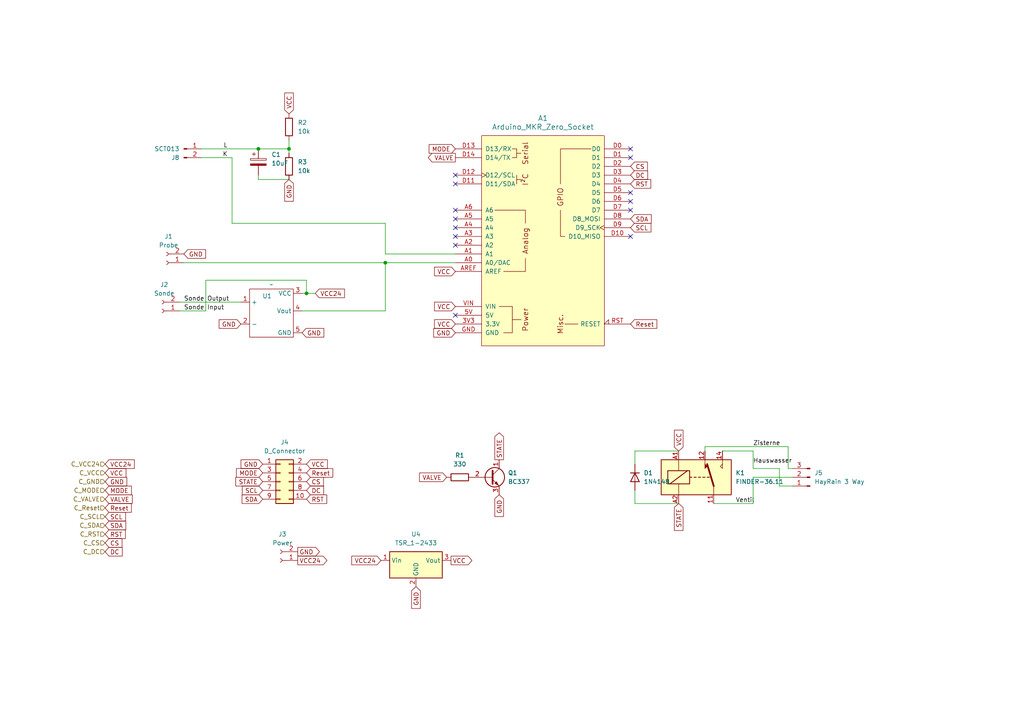
<source format=kicad_sch>
(kicad_sch (version 20250114) (generator "eeschema") (generator_version "9.0")
  (paper "A4")
  (title_block (title "Controller RainControl") (date "2025-08-14") (rev "1.0"))
  (lib_symbols
    (symbol "Connector:Conn_01x02_Pin" (pin_names (offset 1.016) (hide yes))
      (property "Reference" "J" (at 0 2.54 0))
      (property "Value" "Conn_01x02_Pin" (at 0 -5.08 0))
      (symbol "Conn_01x02_Pin_1_1"
        (rectangle (start 0.8636 0.127) (end 0 -0.127) (stroke (width 0.1524)) (fill (type outline)))
        (rectangle (start 0.8636 -2.413) (end 0 -2.667) (stroke (width 0.1524)) (fill (type outline)))
        (polyline (pts (xy 1.27 0) (xy 0.8636 0)) (stroke (width 0.1524)))
        (polyline (pts (xy 1.27 -2.54) (xy 0.8636 -2.54)) (stroke (width 0.1524)))
        (pin passive line (at 5.08 0 180) (length 3.81) (name "Pin_1") (number "1"))
        (pin passive line (at 5.08 -2.54 180) (length 3.81) (name "Pin_2") (number "2"))
      )
    )
    (symbol "Connector:Conn_01x02_Socket" (pin_names (offset 1.016) (hide yes))
      (property "Reference" "J" (at 0 2.54 0))
      (property "Value" "Conn_01x02_Socket" (at 0 -5.08 0))
      (symbol "Conn_01x02_Socket_1_1"
        (polyline (pts (xy -1.27 0) (xy -0.508 0)) (stroke (width 0.1524)))
        (polyline (pts (xy -1.27 -2.54) (xy -0.508 -2.54)) (stroke (width 0.1524)))
        (arc (start 0 -0.508) (mid -0.5058 0) (end 0 0.508) (stroke (width 0.1524)))
        (arc (start 0 -3.048) (mid -0.5058 -2.54) (end 0 -2.032) (stroke (width 0.1524)))
        (pin passive line (at -5.08 0 0) (length 3.81) (name "Pin_1") (number "1"))
        (pin passive line (at -5.08 -2.54 0) (length 3.81) (name "Pin_2") (number "2"))
      )
    )
    (symbol "Connector:Conn_01x03_Pin" (pin_names (offset 1.016) (hide yes))
      (property "Reference" "J" (at 0 5.08 0))
      (property "Value" "Conn_01x03_Pin" (at 0 -5.08 0))
      (symbol "Conn_01x03_Pin_1_1"
        (rectangle (start 0.8636 2.667) (end 0 2.413) (stroke (width 0.1524)) (fill (type outline)))
        (rectangle (start 0.8636 0.127) (end 0 -0.127) (stroke (width 0.1524)) (fill (type outline)))
        (rectangle (start 0.8636 -2.413) (end 0 -2.667) (stroke (width 0.1524)) (fill (type outline)))
        (polyline (pts (xy 1.27 2.54) (xy 0.8636 2.54)) (stroke (width 0.1524)))
        (polyline (pts (xy 1.27 0) (xy 0.8636 0)) (stroke (width 0.1524)))
        (polyline (pts (xy 1.27 -2.54) (xy 0.8636 -2.54)) (stroke (width 0.1524)))
        (pin passive line (at 5.08 2.54 180) (length 3.81) (name "Pin_1") (number "1"))
        (pin passive line (at 5.08 0 180) (length 3.81) (name "Pin_2") (number "2"))
        (pin passive line (at 5.08 -2.54 180) (length 3.81) (name "Pin_3") (number "3"))
      )
    )
    (symbol "Connector_Generic:Conn_02x05_Odd_Even" (pin_names (offset 1.016) (hide yes))
      (property "Reference" "J" (at 1.27 7.62 0))
      (property "Value" "Conn_02x05_Odd_Even" (at 1.27 -7.62 0))
      (symbol "Conn_02x05_Odd_Even_1_1"
        (rectangle (start -1.27 6.35) (end 3.81 -6.35) (stroke (width 0.254)) (fill (type background)))
        (rectangle (start -1.27 5.207) (end 0 4.953) (stroke (width 0.1524)))
        (rectangle (start -1.27 2.667) (end 0 2.413) (stroke (width 0.1524)))
        (rectangle (start -1.27 0.127) (end 0 -0.127) (stroke (width 0.1524)))
        (rectangle (start -1.27 -2.413) (end 0 -2.667) (stroke (width 0.1524)))
        (rectangle (start -1.27 -4.953) (end 0 -5.207) (stroke (width 0.1524)))
        (rectangle (start 3.81 5.207) (end 2.54 4.953) (stroke (width 0.1524)))
        (rectangle (start 3.81 2.667) (end 2.54 2.413) (stroke (width 0.1524)))
        (rectangle (start 3.81 0.127) (end 2.54 -0.127) (stroke (width 0.1524)))
        (rectangle (start 3.81 -2.413) (end 2.54 -2.667) (stroke (width 0.1524)))
        (rectangle (start 3.81 -4.953) (end 2.54 -5.207) (stroke (width 0.1524)))
        (pin passive line (at -5.08 5.08 0) (length 3.81) (name "Pin_1") (number "1"))
        (pin passive line (at -5.08 2.54 0) (length 3.81) (name "Pin_3") (number "3"))
        (pin passive line (at -5.08 0 0) (length 3.81) (name "Pin_5") (number "5"))
        (pin passive line (at -5.08 -2.54 0) (length 3.81) (name "Pin_7") (number "7"))
        (pin passive line (at -5.08 -5.08 0) (length 3.81) (name "Pin_9") (number "9"))
        (pin passive line (at 7.62 5.08 180) (length 3.81) (name "Pin_2") (number "2"))
        (pin passive line (at 7.62 2.54 180) (length 3.81) (name "Pin_4") (number "4"))
        (pin passive line (at 7.62 0 180) (length 3.81) (name "Pin_6") (number "6"))
        (pin passive line (at 7.62 -2.54 180) (length 3.81) (name "Pin_8") (number "8"))
        (pin passive line (at 7.62 -5.08 180) (length 3.81) (name "Pin_10") (number "10"))
      )
    )
    (symbol "Device:C_Polarized" (pin_numbers (hide yes)) (pin_names (offset 0.254))
      (property "Reference" "C" (at 0.635 2.54 0))
      (property "Value" "C_Polarized" (at 0.635 -2.54 0))
      (symbol "C_Polarized_0_1"
        (rectangle (start -2.286 0.508) (end 2.286 1.016))
        (polyline (pts (xy -1.778 2.286) (xy -0.762 2.286)))
        (polyline (pts (xy -1.27 2.794) (xy -1.27 1.778)))
        (rectangle (start 2.286 -0.508) (end -2.286 -1.016) (fill (type outline)))
      )
      (symbol "C_Polarized_1_1"
        (pin passive line (at 0 3.81 270) (length 2.794) (name "~") (number "1"))
        (pin passive line (at 0 -3.81 90) (length 2.794) (name "~") (number "2"))
      )
    )
    (symbol "Device:R" (pin_numbers (hide yes)) (pin_names (offset 0))
      (property "Reference" "R" (at 2.032 0 90))
      (property "Value" "R" (at 0 0 90))
      (symbol "R_0_1"
        (rectangle (start -1.016 -2.54) (end 1.016 2.54) (stroke (width 0.254)))
      )
      (symbol "R_1_1"
        (pin passive line (at 0 3.81 270) (length 1.27) (name "~") (number "1"))
        (pin passive line (at 0 -3.81 90) (length 1.27) (name "~") (number "2"))
      )
    )
    (symbol "Diode:1N4148" (pin_numbers (hide yes)) (pin_names (hide yes))
      (property "Reference" "D" (at 0 2.54 0))
      (property "Value" "1N4148" (at 0 -2.54 0))
      (symbol "1N4148_0_1"
        (polyline (pts (xy -1.27 1.27) (xy -1.27 -1.27)) (stroke (width 0.254)))
        (polyline (pts (xy 1.27 1.27) (xy 1.27 -1.27) (xy -1.27 0) (xy 1.27 1.27)) (stroke (width 0.254)))
        (polyline (pts (xy 1.27 0) (xy -1.27 0)))
      )
      (symbol "1N4148_1_1"
        (pin passive line (at -3.81 0 0) (length 2.54) (name "K") (number "1"))
        (pin passive line (at 3.81 0 180) (length 2.54) (name "A") (number "2"))
      )
    )
    (symbol "My Library:Strom zu Spannung 4-20mA to 0-5V"
      (property "Reference" "U" (at 0 0 0))
      (symbol "Strom zu Spannung 4-20mA to 0-5V_0_1"
        (rectangle (start -3.81 6.35) (end 8.89 -7.62))
      )
      (symbol "Strom zu Spannung 4-20mA to 0-5V_1_1"
        (pin input line (at -6.35 2.54 0) (length 2.54) (name "+") (number "1"))
        (pin input line (at -6.35 -3.81 0) (length 2.54) (name "-") (number "2"))
        (pin power_in line (at 11.43 5.08 180) (length 2.54) (name "VCC") (number "3"))
        (pin power_out line (at 11.43 0 180) (length 2.54) (name "Vout") (number "4"))
        (pin unspecified line (at 11.43 -6.35 180) (length 2.54) (name "GND") (number "5"))
      )
    )
    (symbol "PCM_arduino-library:Arduino_MKR_Zero_Socket" (pin_names (offset 1.016))
      (property "Reference" "A" (at 0 36.83 0))
      (property "Value" "Arduino_MKR_Zero_Socket" (at 0 33.02 0))
      (symbol "Arduino_MKR_Zero_Socket_0_0"
        (rectangle (start -17.78 30.48) (end 17.78 -30.48) (fill (type background)))
        (rectangle (start -12.7 -19.05) (end -8.89 -19.05))
        (rectangle (start -11.43 -26.67) (end -8.89 -26.67))
        (polyline (pts (xy -8.89 26.67) (xy -7.62 26.67) (xy -7.62 24.13) (xy -8.89 24.13)))
        (polyline (pts (xy -8.89 -19.05) (xy -8.89 -26.67)))
        (rectangle (start -8.89 -22.86) (end -6.35 -22.86))
        (polyline (pts (xy -7.62 25.4) (xy -6.35 25.4)))
        (polyline (pts (xy -5.08 5.08) (xy -5.08 8.89) (xy -13.97 8.89)))
        (polyline (pts (xy -5.08 -5.08) (xy -5.08 -8.89) (xy -11.43 -8.89)))
        (polyline (pts (xy 5.08 16.51) (xy 5.08 26.67) (xy 13.97 26.67)))
        (polyline (pts (xy 5.08 8.89) (xy 5.08 1.27) (xy 6.35 1.27)))
        (rectangle (start 6.35 -24.13) (end 10.16 -24.13))
        (text "Serial" (at -5.08 25.4 900) (effects (font (size 1.524 1.524))))
        (text "I²C" (at -5.08 17.78 900) (effects (font (size 1.524 1.524))))
        (text "Analog" (at -5.08 0 900) (effects (font (size 1.524 1.524))))
        (text "Power" (at -5.08 -22.86 900) (effects (font (size 1.524 1.524))))
        (text "Misc." (at 5.08 -24.13 900) (effects (font (size 1.524 1.524))))
      )
      (symbol "Arduino_MKR_Zero_Socket_0_1"
        (polyline (pts (xy -7.62 17.78) (xy -6.35 17.78)))
        (polyline (pts (xy -7.62 16.51) (xy -7.62 19.05)))
      )
      (symbol "Arduino_MKR_Zero_Socket_1_0"
        (text "GPIO" (at 5.08 12.7 900) (effects (font (size 1.524 1.524))))
      )
      (symbol "Arduino_MKR_Zero_Socket_1_1"
        (pin bidirectional line (at -25.4 26.67 0) (length 7.62) (name "D13/RX") (number "D13"))
        (pin bidirectional line (at -25.4 24.13 0) (length 7.62) (name "D14/TX") (number "D14"))
        (pin bidirectional clock (at -25.4 19.05 0) (length 7.62) (name "D12/SCL") (number "D12"))
        (pin bidirectional line (at -25.4 16.51 0) (length 7.62) (name "D11/SDA") (number "D11"))
        (pin bidirectional line (at -25.4 8.89 0) (length 7.62) (name "A6") (number "A6"))
        (pin bidirectional line (at -25.4 6.35 0) (length 7.62) (name "A5") (number "A5"))
        (pin bidirectional line (at -25.4 3.81 0) (length 7.62) (name "A4") (number "A4"))
        (pin bidirectional line (at -25.4 1.27 0) (length 7.62) (name "A3") (number "A3"))
        (pin bidirectional line (at -25.4 -1.27 0) (length 7.62) (name "A2") (number "A2"))
        (pin bidirectional line (at -25.4 -3.81 0) (length 7.62) (name "A1") (number "A1"))
        (pin bidirectional line (at -25.4 -6.35 0) (length 7.62) (name "A0/DAC") (number "A0"))
        (pin input line (at -25.4 -8.89 0) (length 7.62) (name "AREF") (number "AREF"))
        (pin power_in line (at -25.4 -19.05 0) (length 7.62) (name "VIN") (number "VIN"))
        (pin power_in line (at -25.4 -21.59 0) (length 7.62) (name "5V") (number "5V"))
        (pin power_out line (at -25.4 -24.13 0) (length 7.62) (name "3.3V") (number "3V3"))
        (pin power_in line (at -25.4 -26.67 0) (length 7.62) (name "GND") (number "GND"))
        (pin bidirectional line (at 25.4 26.67 180) (length 7.62) (name "D0") (number "D0"))
        (pin bidirectional line (at 25.4 24.13 180) (length 7.62) (name "D1") (number "D1"))
        (pin bidirectional line (at 25.4 21.59 180) (length 7.62) (name "D2") (number "D2"))
        (pin bidirectional line (at 25.4 19.05 180) (length 7.62) (name "D3") (number "D3"))
        (pin bidirectional line (at 25.4 16.51 180) (length 7.62) (name "D4") (number "D4"))
        (pin bidirectional line (at 25.4 13.97 180) (length 7.62) (name "D5") (number "D5"))
        (pin bidirectional line (at 25.4 11.43 180) (length 7.62) (name "D6") (number "D6"))
        (pin bidirectional line (at 25.4 8.89 180) (length 7.62) (name "D7") (number "D7"))
        (pin bidirectional line (at 25.4 6.35 180) (length 7.62) (name "D8_MOSI") (number "D8"))
        (pin bidirectional clock (at 25.4 3.81 180) (length 7.62) (name "D9_SCK") (number "D9"))
        (pin bidirectional line (at 25.4 1.27 180) (length 7.62) (name "D10_MISO") (number "D10"))
        (pin open_collector input_low (at 25.4 -24.13 180) (length 7.62) (name "RESET") (number "RST"))
      )
    )
    (symbol "Regulator_Switching:TSR_1-2450"
      (property "Reference" "U" (at -7.62 6.35 0))
      (property "Value" "TSR_1-2450" (at -1.27 6.35 0))
      (symbol "TSR_1-2450_0_1"
        (rectangle (start -7.62 5.08) (end 7.62 -2.54) (stroke (width 0.254)) (fill (type background)))
      )
      (symbol "TSR_1-2450_1_1"
        (pin power_in line (at -10.16 2.54 0) (length 2.54) (name "Vin") (number "1"))
        (pin power_in line (at 0 -5.08 90) (length 2.54) (name "GND") (number "2"))
        (pin power_out line (at 10.16 2.54 180) (length 2.54) (name "Vout") (number "3"))
      )
    )
    (symbol "Relay:FINDER-36.11"
      (property "Reference" "K" (at 11.43 3.81 0))
      (property "Value" "FINDER-36.11" (at 11.43 1.27 0))
      (symbol "FINDER-36.11_0_0"
        (polyline (pts (xy 2.54 3.81) (xy 2.54 5.08)))
        (polyline (pts (xy 7.62 3.81) (xy 7.62 5.08)))
        (polyline (pts (xy 7.62 3.81) (xy 7.62 2.54) (xy 6.985 3.175) (xy 7.62 3.81)))
      )
      (symbol "FINDER-36.11_0_1"
        (rectangle (start -10.16 5.08) (end 10.16 -5.08) (stroke (width 0.254)) (fill (type background)))
        (rectangle (start -8.255 1.905) (end -1.905 -1.905) (stroke (width 0.254)))
        (polyline (pts (xy -7.62 -1.905) (xy -2.54 1.905)) (stroke (width 0.254)))
        (polyline (pts (xy -5.08 5.08) (xy -5.08 1.905)))
        (polyline (pts (xy -5.08 -5.08) (xy -5.08 -1.905)))
        (polyline (pts (xy -1.905 0) (xy -1.27 0)) (stroke (width 0.254)))
        (polyline (pts (xy -0.635 0) (xy 0 0)) (stroke (width 0.254)))
        (polyline (pts (xy 0.635 0) (xy 1.27 0)) (stroke (width 0.254)))
        (polyline (pts (xy 1.905 0) (xy 2.54 0)) (stroke (width 0.254)))
        (polyline (pts (xy 2.54 3.81) (xy 2.54 2.54) (xy 3.175 3.175) (xy 2.54 3.81)) (fill (type outline)))
        (polyline (pts (xy 3.175 0) (xy 3.81 0)) (stroke (width 0.254)))
        (polyline (pts (xy 5.08 -2.54) (xy 3.175 3.81)) (stroke (width 0.508)))
        (polyline (pts (xy 5.08 -2.54) (xy 5.08 -5.08)))
      )
      (symbol "FINDER-36.11_1_1"
        (pin passive line (at -5.08 7.62 270) (length 2.54) (name "~") (number "A1"))
        (pin passive line (at -5.08 -7.62 90) (length 2.54) (name "~") (number "A2"))
        (pin passive line (at 2.54 7.62 270) (length 2.54) (name "~") (number "12"))
        (pin passive line (at 5.08 -7.62 90) (length 2.54) (name "~") (number "11"))
        (pin passive line (at 7.62 7.62 270) (length 2.54) (name "~") (number "14"))
      )
    )
    (symbol "Transistor_BJT:BC337" (pin_names (offset 0) (hide yes))
      (property "Reference" "Q" (at 5.08 1.905 0))
      (property "Value" "BC337" (at 5.08 0 0))
      (symbol "BC337_0_1"
        (polyline (pts (xy -2.54 0) (xy 0.635 0)))
        (polyline (pts (xy 0.635 1.905) (xy 0.635 -1.905)) (stroke (width 0.508)))
        (circle (center 1.27 0) (radius 2.8194) (stroke (width 0.254)))
      )
      (symbol "BC337_1_1"
        (polyline (pts (xy 0.635 0.635) (xy 2.54 2.54)))
        (polyline (pts (xy 0.635 -0.635) (xy 2.54 -2.54)))
        (polyline (pts (xy 1.27 -1.778) (xy 1.778 -1.27) (xy 2.286 -2.286) (xy 1.27 -1.778)) (fill (type outline)))
        (pin input line (at -5.08 0 0) (length 2.54) (name "B") (number "2"))
        (pin passive line (at 2.54 5.08 270) (length 2.54) (name "C") (number "1"))
        (pin passive line (at 2.54 -5.08 90) (length 2.54) (name "E") (number "3"))
      )
    )
  )
  (junction (at 74.93 43.18))
  (junction (at 83.82 43.18))
  (junction (at 88.9 85.09))
  (junction (at 111.76 76.2))
  (no_connect (at 182.88 55.88))
  (no_connect (at 132.08 50.8))
  (no_connect (at 182.88 43.18))
  (no_connect (at 132.08 53.34))
  (no_connect (at 182.88 60.96))
  (no_connect (at 132.08 68.58))
  (no_connect (at 132.08 63.5))
  (no_connect (at 132.08 71.12))
  (no_connect (at 182.88 58.42))
  (no_connect (at 132.08 66.04))
  (no_connect (at 132.08 60.96))
  (no_connect (at 182.88 68.58))
  (no_connect (at 132.08 91.44))
  (no_connect (at 182.88 45.72))
  (wire (pts (xy 83.82 43.18) (xy 83.82 44.45)))
  (wire (pts (xy 111.76 76.2) (xy 132.08 76.2)))
  (wire (pts (xy 218.44 135.89) (xy 218.44 130.81)))
  (wire (pts (xy 111.76 64.77) (xy 111.76 73.66)))
  (wire (pts (xy 53.34 76.2) (xy 111.76 76.2)))
  (wire (pts (xy 218.44 135.89) (xy 226.06 135.89)))
  (wire (pts (xy 229.87 138.43) (xy 218.44 138.43)))
  (wire (pts (xy 218.44 146.05) (xy 207.01 146.05)))
  (wire (pts (xy 196.85 130.81) (xy 184.15 130.81)))
  (wire (pts (xy 91.44 85.09) (xy 88.9 85.09)))
  (wire (pts (xy 67.31 45.72) (xy 67.31 64.77)))
  (wire (pts (xy 88.9 85.09) (xy 87.63 85.09)))
  (wire (pts (xy 67.31 45.72) (xy 58.42 45.72)))
  (wire (pts (xy 218.44 138.43) (xy 218.44 146.05)))
  (wire (pts (xy 218.44 130.81) (xy 209.55 130.81)))
  (wire (pts (xy 111.76 76.2) (xy 111.76 90.17)))
  (wire (pts (xy 184.15 130.81) (xy 184.15 134.62)))
  (wire (pts (xy 184.15 146.05) (xy 184.15 142.24)))
  (wire (pts (xy 226.06 135.89) (xy 226.06 140.97)))
  (wire (pts (xy 59.69 81.28) (xy 59.69 90.17)))
  (wire (pts (xy 74.93 43.18) (xy 83.82 43.18)))
  (wire (pts (xy 228.6 135.89) (xy 229.87 135.89)))
  (wire (pts (xy 226.06 140.97) (xy 229.87 140.97)))
  (wire (pts (xy 52.07 90.17) (xy 59.69 90.17)))
  (wire (pts (xy 83.82 40.64) (xy 83.82 43.18)))
  (wire (pts (xy 88.9 81.28) (xy 88.9 85.09)))
  (wire (pts (xy 196.85 146.05) (xy 184.15 146.05)))
  (wire (pts (xy 67.31 64.77) (xy 111.76 64.77)))
  (wire (pts (xy 74.93 50.8) (xy 74.93 52.07)))
  (wire (pts (xy 59.69 81.28) (xy 88.9 81.28)))
  (wire (pts (xy 204.47 129.54) (xy 204.47 130.81)))
  (wire (pts (xy 52.07 87.63) (xy 69.85 87.63)))
  (wire (pts (xy 87.63 90.17) (xy 111.76 90.17)))
  (wire (pts (xy 58.42 43.18) (xy 74.93 43.18)))
  (wire (pts (xy 204.47 129.54) (xy 228.6 129.54)))
  (wire (pts (xy 74.93 52.07) (xy 83.82 52.07)))
  (wire (pts (xy 228.6 129.54) (xy 228.6 135.89)))
  (wire (pts (xy 111.76 73.66) (xy 132.08 73.66)))
  (label "L" (at 66.04 43.18 180))
  (label "Zisterne" (at 218.44 129.54 0))
  (label "Hauswasser" (at 218.44 134.62 0))
  (label "Ventil" (at 213.36 146.05 0))
  (label "Sonde Input" (at 53.34 90.17 0))
  (label "K" (at 66.04 45.72 180))
  (label "Sonde Output" (at 53.34 87.63 0))
  (global_label "STATE" (shape input) (at 196.85 146.05 270) (property "Intersheetrefs" "${INTERSHEET_REFS}" (effects (hide yes))))
  (global_label "SDA" (shape input) (at 182.88 63.5 0) (property "Intersheetrefs" "${INTERSHEET_REFS}" (effects (hide yes))))
  (global_label "VCC24" (shape output) (at 86.36 162.56 0) (property "Intersheetrefs" "${INTERSHEET_REFS}" (effects (hide yes))))
  (global_label "SCL" (shape input) (at 76.2 142.24 180) (property "Intersheetrefs" "${INTERSHEET_REFS}" (effects (hide yes))))
  (global_label "CS" (shape input) (at 88.9 139.7 0) (property "Intersheetrefs" "${INTERSHEET_REFS}" (effects (hide yes))))
  (global_label "SCL" (shape input) (at 182.88 66.04 0) (property "Intersheetrefs" "${INTERSHEET_REFS}" (effects (hide yes))))
  (global_label "VCC" (shape input) (at 132.08 88.9 180) (property "Intersheetrefs" "${INTERSHEET_REFS}" (effects (hide yes))))
  (global_label "VALVE" (shape output) (at 132.08 45.72 180) (property "Intersheetrefs" "${INTERSHEET_REFS}" (effects (hide yes))))
  (global_label "SDA" (shape input) (at 76.2 144.78 180) (property "Intersheetrefs" "${INTERSHEET_REFS}" (effects (hide yes))))
  (global_label "GND" (shape input) (at 83.82 52.07 270) (property "Intersheetrefs" "${INTERSHEET_REFS}" (effects (hide yes))))
  (global_label "VCC24" (shape input) (at 30.48 134.62 0) (property "Intersheetrefs" "${INTERSHEET_REFS}" (effects (hide yes))))
  (global_label "VALVE" (shape input) (at 129.54 138.43 180) (property "Intersheetrefs" "${INTERSHEET_REFS}" (effects (hide yes))))
  (global_label "GND" (shape input) (at 120.65 170.18 270) (property "Intersheetrefs" "${INTERSHEET_REFS}" (effects (hide yes))))
  (global_label "VCC" (shape output) (at 130.81 162.56 0) (property "Intersheetrefs" "${INTERSHEET_REFS}" (effects (hide yes))))
  (global_label "DC" (shape input) (at 88.9 142.24 0) (property "Intersheetrefs" "${INTERSHEET_REFS}" (effects (hide yes))))
  (global_label "VALVE" (shape input) (at 30.48 144.78 0) (property "Intersheetrefs" "${INTERSHEET_REFS}" (effects (hide yes))))
  (global_label "GND" (shape input) (at 76.2 134.62 180) (property "Intersheetrefs" "${INTERSHEET_REFS}" (effects (hide yes))))
  (global_label "VCC" (shape input) (at 196.85 130.81 90) (property "Intersheetrefs" "${INTERSHEET_REFS}" (effects (hide yes))))
  (global_label "VCC" (shape input) (at 83.82 33.02 90) (property "Intersheetrefs" "${INTERSHEET_REFS}" (effects (hide yes))))
  (global_label "VCC24" (shape input) (at 110.49 162.56 180) (property "Intersheetrefs" "${INTERSHEET_REFS}" (effects (hide yes))))
  (global_label "MODE" (shape input) (at 76.2 137.16 180) (property "Intersheetrefs" "${INTERSHEET_REFS}" (effects (hide yes))))
  (global_label "Reset" (shape input) (at 182.88 93.98 0) (property "Intersheetrefs" "${INTERSHEET_REFS}" (effects (hide yes))))
  (global_label "VCC" (shape input) (at 30.48 137.16 0) (property "Intersheetrefs" "${INTERSHEET_REFS}" (effects (hide yes))))
  (global_label "GND" (shape input) (at 132.08 96.52 180) (property "Intersheetrefs" "${INTERSHEET_REFS}" (effects (hide yes))))
  (global_label "DC" (shape input) (at 30.48 160.02 0) (property "Intersheetrefs" "${INTERSHEET_REFS}" (effects (hide yes))))
  (global_label "CS" (shape input) (at 182.88 48.26 0) (property "Intersheetrefs" "${INTERSHEET_REFS}" (effects (hide yes))))
  (global_label "DC" (shape input) (at 182.88 50.8 0) (property "Intersheetrefs" "${INTERSHEET_REFS}" (effects (hide yes))))
  (global_label "RST" (shape input) (at 30.48 154.94 0) (property "Intersheetrefs" "${INTERSHEET_REFS}" (effects (hide yes))))
  (global_label "Reset" (shape input) (at 88.9 137.16 0) (property "Intersheetrefs" "${INTERSHEET_REFS}" (effects (hide yes))))
  (global_label "SDA" (shape input) (at 30.48 152.4 0) (property "Intersheetrefs" "${INTERSHEET_REFS}" (effects (hide yes))))
  (global_label "CS" (shape input) (at 30.48 157.48 0) (property "Intersheetrefs" "${INTERSHEET_REFS}" (effects (hide yes))))
  (global_label "Reset" (shape input) (at 30.48 147.32 0) (property "Intersheetrefs" "${INTERSHEET_REFS}" (effects (hide yes))))
  (global_label "GND" (shape input) (at 53.34 73.66 0) (property "Intersheetrefs" "${INTERSHEET_REFS}" (effects (hide yes))))
  (global_label "STATE" (shape input) (at 76.2 139.7 180) (property "Intersheetrefs" "${INTERSHEET_REFS}" (effects (hide yes))))
  (global_label "GND" (shape output) (at 86.36 160.02 0) (property "Intersheetrefs" "${INTERSHEET_REFS}" (effects (hide yes))))
  (global_label "MODE" (shape input) (at 30.48 142.24 0) (property "Intersheetrefs" "${INTERSHEET_REFS}" (effects (hide yes))))
  (global_label "GND" (shape input) (at 69.85 93.98 180) (property "Intersheetrefs" "${INTERSHEET_REFS}" (effects (hide yes))))
  (global_label "VCC" (shape input) (at 132.08 93.98 180) (property "Intersheetrefs" "${INTERSHEET_REFS}" (effects (hide yes))))
  (global_label "VCC24" (shape input) (at 91.44 85.09 0) (property "Intersheetrefs" "${INTERSHEET_REFS}" (effects (hide yes))))
  (global_label "SCL" (shape input) (at 30.48 149.86 0) (property "Intersheetrefs" "${INTERSHEET_REFS}" (effects (hide yes))))
  (global_label "GND" (shape input) (at 144.78 143.51 270) (property "Intersheetrefs" "${INTERSHEET_REFS}" (effects (hide yes))))
  (global_label "GND" (shape input) (at 87.63 96.52 0) (property "Intersheetrefs" "${INTERSHEET_REFS}" (effects (hide yes))))
  (global_label "RST" (shape input) (at 88.9 144.78 0) (property "Intersheetrefs" "${INTERSHEET_REFS}" (effects (hide yes))))
  (global_label "STATE" (shape output) (at 144.78 133.35 90) (property "Intersheetrefs" "${INTERSHEET_REFS}" (effects (hide yes))))
  (global_label "VCC" (shape input) (at 88.9 134.62 0) (property "Intersheetrefs" "${INTERSHEET_REFS}" (effects (hide yes))))
  (global_label "RST" (shape input) (at 182.88 53.34 0) (property "Intersheetrefs" "${INTERSHEET_REFS}" (effects (hide yes))))
  (global_label "GND" (shape input) (at 30.48 139.7 0) (property "Intersheetrefs" "${INTERSHEET_REFS}" (effects (hide yes))))
  (global_label "MODE" (shape input) (at 132.08 43.18 180) (property "Intersheetrefs" "${INTERSHEET_REFS}" (effects (hide yes))))
  (global_label "VCC" (shape input) (at 132.08 78.74 180) (property "Intersheetrefs" "${INTERSHEET_REFS}" (effects (hide yes))))
  (hierarchical_label "C_CS" (shape input) (at 30.48 157.48 180))
  (hierarchical_label "C_SDA" (shape input) (at 30.48 152.4 180))
  (hierarchical_label "C_VALVE" (shape input) (at 30.48 144.78 180))
  (hierarchical_label "C_DC" (shape input) (at 30.48 160.02 180))
  (hierarchical_label "C_RST" (shape input) (at 30.48 154.94 180))
  (hierarchical_label "C_GND" (shape input) (at 30.48 139.7 180))
  (hierarchical_label "C_VCC" (shape input) (at 30.48 137.16 180))
  (hierarchical_label "C_VCC24" (shape input) (at 30.48 134.62 180))
  (hierarchical_label "C_SCL" (shape input) (at 30.48 149.86 180))
  (hierarchical_label "C_MODE" (shape input) (at 30.48 142.24 180))
  (hierarchical_label "C_Reset" (shape input) (at 30.48 147.32 180))
  (symbol (lib_id "Regulator_Switching:TSR_1-2450") (at 120.65 165.1 0) (unit 1)
    (property "Reference" "U4" (at 120.65 154.94 0))
    (property "Value" "TSR_1-2433" (at 120.65 157.48 0))
    (property "Footprint" "Converter_DCDC:Converter_DCDC_TRACO_TSR-1_THT" (effects (hide yes)))
    (property "Datasheet" "http://www.tracopower.com/products/tsr1.pdf" (effects (hide yes)))
    (property "Description" "1A step-down regulator module, fixed 5V output voltage, 5-36V input voltage, -40°C to +85°C temperature range, TO-220 compatible LM78xx replacement" (effects (hide yes)))
  )
  (symbol (lib_id "PCM_arduino-library:Arduino_MKR_Zero_Socket") (at 157.48 69.85 0) (unit 1)
    (property "Reference" "A1" (at 157.48 34.29 0) (effects (font (size 1.524 1.524))))
    (property "Value" "Arduino_MKR_Zero_Socket" (at 157.48 36.83 0) (effects (font (size 1.524 1.524))))
    (property "Footprint" "PCM_arduino-library:Arduino_MKR_Zero_Socket" (effects (hide yes)))
    (property "Datasheet" "https://docs.arduino.cc/hardware/mkr-zero" (effects (hide yes)))
    (property "Description" "Socket for Arduino MKR Zero" (effects (hide yes)))
  )
  (symbol (lib_id "Connector:Conn_01x02_Socket") (at 46.99 90.17 180) (unit 1)
    (property "Reference" "J2" (at 47.625 82.55 0))
    (property "Value" "Sonde" (at 47.625 85.09 0))
    (property "Footprint" "TerminalBlock_RND:TerminalBlock_RND_205-00001_1x02_P5.00mm_Horizontal" (effects (hide yes)))
    (property "Description" "Generic connector, single row, 01x02, script generated" (effects (hide yes)))
  )
  (symbol (lib_id "Device:R") (at 83.82 48.26 180) (unit 1)
    (property "Reference" "R3" (at 86.36 46.9899 0) (effects (justify right)))
    (property "Value" "10k" (at 86.36 49.5299 0) (effects (justify right)))
    (property "Footprint" "Resistor_THT:R_Axial_DIN0207_L6.3mm_D2.5mm_P10.16mm_Horizontal" (effects (hide yes)))
    (property "Description" "Resistor" (effects (hide yes)))
  )
  (symbol (lib_id "Device:R") (at 133.35 138.43 90) (unit 1)
    (property "Reference" "R1" (at 133.35 132.08 90))
    (property "Value" "330" (at 133.35 134.62 90))
    (property "Footprint" "Resistor_THT:R_Axial_DIN0207_L6.3mm_D2.5mm_P10.16mm_Horizontal" (effects (hide yes)))
    (property "Description" "Resistor" (effects (hide yes)))
  )
  (symbol (lib_id "Transistor_BJT:BC337") (at 142.24 138.43 0) (unit 1)
    (property "Reference" "Q1" (at 147.32 137.1599 0) (effects (justify left)))
    (property "Value" "BC337" (at 147.32 139.6999 0) (effects (justify left)))
    (property "Footprint" "Package_TO_SOT_THT:TO-92_Inline" (effects (hide yes)))
    (property "Datasheet" "https://diotec.com/tl_files/diotec/files/pdf/datasheets/bc337.pdf" (effects (hide yes)))
    (property "Description" "0.8A Ic, 45V Vce, NPN Transistor, TO-92" (effects (hide yes)))
  )
  (symbol (lib_id "Device:R") (at 83.82 36.83 180) (unit 1)
    (property "Reference" "R2" (at 86.36 35.5599 0) (effects (justify right)))
    (property "Value" "10k" (at 86.36 38.0999 0) (effects (justify right)))
    (property "Footprint" "Resistor_THT:R_Axial_DIN0207_L6.3mm_D2.5mm_P10.16mm_Horizontal" (effects (hide yes)))
    (property "Description" "Resistor" (effects (hide yes)))
  )
  (symbol (lib_id "My Library:Strom zu Spannung 4-20mA to 0-5V") (at 76.2 90.17 0) (unit 1)
    (property "Reference" "U1" (at 77.47 85.852 0))
    (property "Value" "~" (at 78.74 82.55 0))
    (property "Footprint" "My Library:Konverter" (effects (hide yes)))
  )
  (symbol (lib_id "Connector:Conn_01x03_Pin") (at 234.95 138.43 180) (unit 1)
    (property "Reference" "J5" (at 236.22 137.1599 0) (effects (justify right)))
    (property "Value" "HayRain 3 Way" (at 236.22 139.6999 0) (effects (justify right)))
    (property "Footprint" "TerminalBlock_RND:TerminalBlock_RND_205-00002_1x03_P5.00mm_Horizontal" (effects (hide yes)))
    (property "Description" "Generic connector, single row, 01x03, script generated" (effects (hide yes)))
  )
  (symbol (lib_id "Connector:Conn_01x02_Socket") (at 81.28 162.56 180) (unit 1)
    (property "Reference" "J3" (at 81.915 154.94 0))
    (property "Value" "Power" (at 81.915 157.48 0))
    (property "Footprint" "TerminalBlock_RND:TerminalBlock_RND_205-00001_1x02_P5.00mm_Horizontal" (effects (hide yes)))
    (property "Description" "Generic connector, single row, 01x02, script generated" (effects (hide yes)))
  )
  (symbol (lib_id "Connector:Conn_01x02_Socket") (at 48.26 76.2 180) (unit 1)
    (property "Reference" "J1" (at 48.895 68.58 0))
    (property "Value" "Probe" (at 48.895 71.12 0))
    (property "Footprint" "Connector_PinHeader_2.54mm:PinHeader_1x02_P2.54mm_Vertical" (effects (hide yes)))
    (property "Description" "Generic connector, single row, 01x02, script generated" (effects (hide yes)))
  )
  (symbol (lib_id "Device:C_Polarized") (at 74.93 46.99 0) (unit 1)
    (property "Reference" "C1" (at 78.74 44.8309 0) (effects (justify left)))
    (property "Value" "10uF" (at 78.74 47.3709 0) (effects (justify left)))
    (property "Footprint" "Capacitor_THT:CP_Radial_D5.0mm_P2.50mm" (effects (hide yes)))
    (property "Description" "Polarized capacitor" (effects (hide yes)))
  )
  (symbol (lib_id "Diode:1N4148") (at 184.15 138.43 270) (unit 1)
    (property "Reference" "D1" (at 186.69 137.1599 90) (effects (justify left)))
    (property "Value" "1N4148" (at 186.69 139.6999 90) (effects (justify left)))
    (property "Footprint" "Diode_THT:D_DO-35_SOD27_P7.62mm_Horizontal" (effects (hide yes)))
    (property "Datasheet" "https://assets.nexperia.com/documents/data-sheet/1N4148_1N4448.pdf" (effects (hide yes)))
    (property "Description" "100V 0.15A standard switching diode, DO-35" (effects (hide yes)))
    (property "Sim.Device" "D" (effects (hide yes)))
    (property "Sim.Pins" "1=K 2=A" (effects (hide yes)))
  )
  (symbol (lib_id "Relay:FINDER-36.11") (at 201.93 138.43 0) (unit 1)
    (property "Reference" "K1" (at 213.36 137.1599 0) (effects (justify left)))
    (property "Value" "FINDER-36.11" (at 213.36 139.6999 0) (effects (justify left)))
    (property "Footprint" "Relay_THT:Relay_SPDT_Finder_36.11" (effects (hide yes)))
    (property "Datasheet" "https://gfinder.findernet.com/public/attachments/36/EN/S36EN.pdf" (effects (hide yes)))
    (property "Description" "FINDER 36.11, SPDT relay, 10A" (effects (hide yes)))
  )
  (symbol (lib_id "Connector:Conn_01x02_Pin") (at 53.34 43.18 0) (unit 1)
    (property "Reference" "J8" (at 52.07 45.7201 0) (effects (justify right)))
    (property "Value" "SCT013" (at 52.07 43.1801 0) (effects (justify right)))
    (property "Footprint" "TerminalBlock_RND:TerminalBlock_RND_205-00001_1x02_P5.00mm_Horizontal" (effects (hide yes)))
    (property "Description" "Generic connector, single row, 01x02, script generated" (effects (hide yes)))
  )
  (symbol (lib_id "Connector_Generic:Conn_02x05_Odd_Even") (at 81.28 139.7 0) (unit 1)
    (property "Reference" "J4" (at 82.55 128.27 0))
    (property "Value" "D_Connector" (at 82.55 130.81 0))
    (property "Footprint" "My Library:WSL 10G" (effects (hide yes)))
    (property "Description" "Generic connector, double row, 02x05, odd/even pin numbering scheme (row 1 odd numbers, row 2 even numbers), script generated (kicad-library-utils/schlib/autogen/connector/)" (effects (hide yes)))
  )
)
</source>
